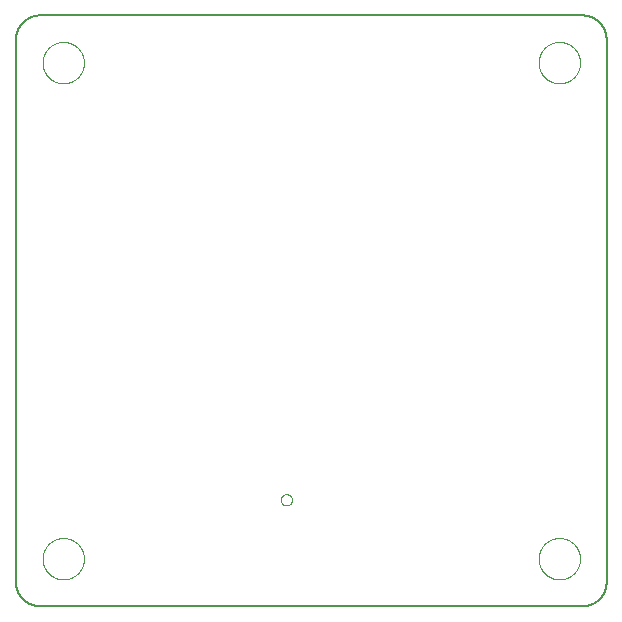
<source format=gbo>
G75*
%MOIN*%
%OFA0B0*%
%FSLAX25Y25*%
%IPPOS*%
%LPD*%
%AMOC8*
5,1,8,0,0,1.08239X$1,22.5*
%
%ADD10C,0.00800*%
%ADD11C,0.00000*%
D10*
X0003031Y0009274D02*
X0003031Y0190376D01*
X0003032Y0190376D02*
X0003034Y0190566D01*
X0003041Y0190756D01*
X0003053Y0190946D01*
X0003069Y0191136D01*
X0003089Y0191325D01*
X0003115Y0191514D01*
X0003144Y0191702D01*
X0003179Y0191889D01*
X0003218Y0192075D01*
X0003261Y0192260D01*
X0003309Y0192445D01*
X0003361Y0192628D01*
X0003417Y0192809D01*
X0003478Y0192989D01*
X0003544Y0193168D01*
X0003613Y0193345D01*
X0003687Y0193521D01*
X0003765Y0193694D01*
X0003848Y0193866D01*
X0003934Y0194035D01*
X0004024Y0194203D01*
X0004119Y0194368D01*
X0004217Y0194531D01*
X0004320Y0194691D01*
X0004426Y0194849D01*
X0004536Y0195004D01*
X0004649Y0195157D01*
X0004767Y0195307D01*
X0004888Y0195453D01*
X0005012Y0195597D01*
X0005140Y0195738D01*
X0005271Y0195876D01*
X0005406Y0196011D01*
X0005544Y0196142D01*
X0005685Y0196270D01*
X0005829Y0196394D01*
X0005975Y0196515D01*
X0006125Y0196633D01*
X0006278Y0196746D01*
X0006433Y0196856D01*
X0006591Y0196962D01*
X0006751Y0197065D01*
X0006914Y0197163D01*
X0007079Y0197258D01*
X0007247Y0197348D01*
X0007416Y0197434D01*
X0007588Y0197517D01*
X0007761Y0197595D01*
X0007937Y0197669D01*
X0008114Y0197738D01*
X0008293Y0197804D01*
X0008473Y0197865D01*
X0008654Y0197921D01*
X0008837Y0197973D01*
X0009022Y0198021D01*
X0009207Y0198064D01*
X0009393Y0198103D01*
X0009580Y0198138D01*
X0009768Y0198167D01*
X0009957Y0198193D01*
X0010146Y0198213D01*
X0010336Y0198229D01*
X0010526Y0198241D01*
X0010716Y0198248D01*
X0010906Y0198250D01*
X0192008Y0198250D01*
X0192198Y0198248D01*
X0192388Y0198241D01*
X0192578Y0198229D01*
X0192768Y0198213D01*
X0192957Y0198193D01*
X0193146Y0198167D01*
X0193334Y0198138D01*
X0193521Y0198103D01*
X0193707Y0198064D01*
X0193892Y0198021D01*
X0194077Y0197973D01*
X0194260Y0197921D01*
X0194441Y0197865D01*
X0194621Y0197804D01*
X0194800Y0197738D01*
X0194977Y0197669D01*
X0195153Y0197595D01*
X0195326Y0197517D01*
X0195498Y0197434D01*
X0195667Y0197348D01*
X0195835Y0197258D01*
X0196000Y0197163D01*
X0196163Y0197065D01*
X0196323Y0196962D01*
X0196481Y0196856D01*
X0196636Y0196746D01*
X0196789Y0196633D01*
X0196939Y0196515D01*
X0197085Y0196394D01*
X0197229Y0196270D01*
X0197370Y0196142D01*
X0197508Y0196011D01*
X0197643Y0195876D01*
X0197774Y0195738D01*
X0197902Y0195597D01*
X0198026Y0195453D01*
X0198147Y0195307D01*
X0198265Y0195157D01*
X0198378Y0195004D01*
X0198488Y0194849D01*
X0198594Y0194691D01*
X0198697Y0194531D01*
X0198795Y0194368D01*
X0198890Y0194203D01*
X0198980Y0194035D01*
X0199066Y0193866D01*
X0199149Y0193694D01*
X0199227Y0193521D01*
X0199301Y0193345D01*
X0199370Y0193168D01*
X0199436Y0192989D01*
X0199497Y0192809D01*
X0199553Y0192628D01*
X0199605Y0192445D01*
X0199653Y0192260D01*
X0199696Y0192075D01*
X0199735Y0191889D01*
X0199770Y0191702D01*
X0199799Y0191514D01*
X0199825Y0191325D01*
X0199845Y0191136D01*
X0199861Y0190946D01*
X0199873Y0190756D01*
X0199880Y0190566D01*
X0199882Y0190376D01*
X0199882Y0009274D01*
X0199880Y0009084D01*
X0199873Y0008894D01*
X0199861Y0008704D01*
X0199845Y0008514D01*
X0199825Y0008325D01*
X0199799Y0008136D01*
X0199770Y0007948D01*
X0199735Y0007761D01*
X0199696Y0007575D01*
X0199653Y0007390D01*
X0199605Y0007205D01*
X0199553Y0007022D01*
X0199497Y0006841D01*
X0199436Y0006661D01*
X0199370Y0006482D01*
X0199301Y0006305D01*
X0199227Y0006129D01*
X0199149Y0005956D01*
X0199066Y0005784D01*
X0198980Y0005615D01*
X0198890Y0005447D01*
X0198795Y0005282D01*
X0198697Y0005119D01*
X0198594Y0004959D01*
X0198488Y0004801D01*
X0198378Y0004646D01*
X0198265Y0004493D01*
X0198147Y0004343D01*
X0198026Y0004197D01*
X0197902Y0004053D01*
X0197774Y0003912D01*
X0197643Y0003774D01*
X0197508Y0003639D01*
X0197370Y0003508D01*
X0197229Y0003380D01*
X0197085Y0003256D01*
X0196939Y0003135D01*
X0196789Y0003017D01*
X0196636Y0002904D01*
X0196481Y0002794D01*
X0196323Y0002688D01*
X0196163Y0002585D01*
X0196000Y0002487D01*
X0195835Y0002392D01*
X0195667Y0002302D01*
X0195498Y0002216D01*
X0195326Y0002133D01*
X0195153Y0002055D01*
X0194977Y0001981D01*
X0194800Y0001912D01*
X0194621Y0001846D01*
X0194441Y0001785D01*
X0194260Y0001729D01*
X0194077Y0001677D01*
X0193892Y0001629D01*
X0193707Y0001586D01*
X0193521Y0001547D01*
X0193334Y0001512D01*
X0193146Y0001483D01*
X0192957Y0001457D01*
X0192768Y0001437D01*
X0192578Y0001421D01*
X0192388Y0001409D01*
X0192198Y0001402D01*
X0192008Y0001400D01*
X0010906Y0001400D01*
X0010716Y0001402D01*
X0010526Y0001409D01*
X0010336Y0001421D01*
X0010146Y0001437D01*
X0009957Y0001457D01*
X0009768Y0001483D01*
X0009580Y0001512D01*
X0009393Y0001547D01*
X0009207Y0001586D01*
X0009022Y0001629D01*
X0008837Y0001677D01*
X0008654Y0001729D01*
X0008473Y0001785D01*
X0008293Y0001846D01*
X0008114Y0001912D01*
X0007937Y0001981D01*
X0007761Y0002055D01*
X0007588Y0002133D01*
X0007416Y0002216D01*
X0007247Y0002302D01*
X0007079Y0002392D01*
X0006914Y0002487D01*
X0006751Y0002585D01*
X0006591Y0002688D01*
X0006433Y0002794D01*
X0006278Y0002904D01*
X0006125Y0003017D01*
X0005975Y0003135D01*
X0005829Y0003256D01*
X0005685Y0003380D01*
X0005544Y0003508D01*
X0005406Y0003639D01*
X0005271Y0003774D01*
X0005140Y0003912D01*
X0005012Y0004053D01*
X0004888Y0004197D01*
X0004767Y0004343D01*
X0004649Y0004493D01*
X0004536Y0004646D01*
X0004426Y0004801D01*
X0004320Y0004959D01*
X0004217Y0005119D01*
X0004119Y0005282D01*
X0004024Y0005447D01*
X0003934Y0005615D01*
X0003848Y0005784D01*
X0003765Y0005956D01*
X0003687Y0006129D01*
X0003613Y0006305D01*
X0003544Y0006482D01*
X0003478Y0006661D01*
X0003417Y0006841D01*
X0003361Y0007022D01*
X0003309Y0007205D01*
X0003261Y0007390D01*
X0003218Y0007575D01*
X0003179Y0007761D01*
X0003144Y0007948D01*
X0003115Y0008136D01*
X0003089Y0008325D01*
X0003069Y0008514D01*
X0003053Y0008704D01*
X0003041Y0008894D01*
X0003034Y0009084D01*
X0003032Y0009274D01*
D11*
X0011890Y0017148D02*
X0011892Y0017317D01*
X0011898Y0017486D01*
X0011909Y0017655D01*
X0011923Y0017823D01*
X0011942Y0017991D01*
X0011965Y0018159D01*
X0011991Y0018326D01*
X0012022Y0018492D01*
X0012057Y0018658D01*
X0012096Y0018822D01*
X0012140Y0018986D01*
X0012187Y0019148D01*
X0012238Y0019309D01*
X0012293Y0019469D01*
X0012352Y0019628D01*
X0012414Y0019785D01*
X0012481Y0019940D01*
X0012552Y0020094D01*
X0012626Y0020246D01*
X0012704Y0020396D01*
X0012785Y0020544D01*
X0012870Y0020690D01*
X0012959Y0020834D01*
X0013051Y0020976D01*
X0013147Y0021115D01*
X0013246Y0021252D01*
X0013348Y0021387D01*
X0013454Y0021519D01*
X0013563Y0021648D01*
X0013675Y0021775D01*
X0013790Y0021899D01*
X0013908Y0022020D01*
X0014029Y0022138D01*
X0014153Y0022253D01*
X0014280Y0022365D01*
X0014409Y0022474D01*
X0014541Y0022580D01*
X0014676Y0022682D01*
X0014813Y0022781D01*
X0014952Y0022877D01*
X0015094Y0022969D01*
X0015238Y0023058D01*
X0015384Y0023143D01*
X0015532Y0023224D01*
X0015682Y0023302D01*
X0015834Y0023376D01*
X0015988Y0023447D01*
X0016143Y0023514D01*
X0016300Y0023576D01*
X0016459Y0023635D01*
X0016619Y0023690D01*
X0016780Y0023741D01*
X0016942Y0023788D01*
X0017106Y0023832D01*
X0017270Y0023871D01*
X0017436Y0023906D01*
X0017602Y0023937D01*
X0017769Y0023963D01*
X0017937Y0023986D01*
X0018105Y0024005D01*
X0018273Y0024019D01*
X0018442Y0024030D01*
X0018611Y0024036D01*
X0018780Y0024038D01*
X0018949Y0024036D01*
X0019118Y0024030D01*
X0019287Y0024019D01*
X0019455Y0024005D01*
X0019623Y0023986D01*
X0019791Y0023963D01*
X0019958Y0023937D01*
X0020124Y0023906D01*
X0020290Y0023871D01*
X0020454Y0023832D01*
X0020618Y0023788D01*
X0020780Y0023741D01*
X0020941Y0023690D01*
X0021101Y0023635D01*
X0021260Y0023576D01*
X0021417Y0023514D01*
X0021572Y0023447D01*
X0021726Y0023376D01*
X0021878Y0023302D01*
X0022028Y0023224D01*
X0022176Y0023143D01*
X0022322Y0023058D01*
X0022466Y0022969D01*
X0022608Y0022877D01*
X0022747Y0022781D01*
X0022884Y0022682D01*
X0023019Y0022580D01*
X0023151Y0022474D01*
X0023280Y0022365D01*
X0023407Y0022253D01*
X0023531Y0022138D01*
X0023652Y0022020D01*
X0023770Y0021899D01*
X0023885Y0021775D01*
X0023997Y0021648D01*
X0024106Y0021519D01*
X0024212Y0021387D01*
X0024314Y0021252D01*
X0024413Y0021115D01*
X0024509Y0020976D01*
X0024601Y0020834D01*
X0024690Y0020690D01*
X0024775Y0020544D01*
X0024856Y0020396D01*
X0024934Y0020246D01*
X0025008Y0020094D01*
X0025079Y0019940D01*
X0025146Y0019785D01*
X0025208Y0019628D01*
X0025267Y0019469D01*
X0025322Y0019309D01*
X0025373Y0019148D01*
X0025420Y0018986D01*
X0025464Y0018822D01*
X0025503Y0018658D01*
X0025538Y0018492D01*
X0025569Y0018326D01*
X0025595Y0018159D01*
X0025618Y0017991D01*
X0025637Y0017823D01*
X0025651Y0017655D01*
X0025662Y0017486D01*
X0025668Y0017317D01*
X0025670Y0017148D01*
X0025668Y0016979D01*
X0025662Y0016810D01*
X0025651Y0016641D01*
X0025637Y0016473D01*
X0025618Y0016305D01*
X0025595Y0016137D01*
X0025569Y0015970D01*
X0025538Y0015804D01*
X0025503Y0015638D01*
X0025464Y0015474D01*
X0025420Y0015310D01*
X0025373Y0015148D01*
X0025322Y0014987D01*
X0025267Y0014827D01*
X0025208Y0014668D01*
X0025146Y0014511D01*
X0025079Y0014356D01*
X0025008Y0014202D01*
X0024934Y0014050D01*
X0024856Y0013900D01*
X0024775Y0013752D01*
X0024690Y0013606D01*
X0024601Y0013462D01*
X0024509Y0013320D01*
X0024413Y0013181D01*
X0024314Y0013044D01*
X0024212Y0012909D01*
X0024106Y0012777D01*
X0023997Y0012648D01*
X0023885Y0012521D01*
X0023770Y0012397D01*
X0023652Y0012276D01*
X0023531Y0012158D01*
X0023407Y0012043D01*
X0023280Y0011931D01*
X0023151Y0011822D01*
X0023019Y0011716D01*
X0022884Y0011614D01*
X0022747Y0011515D01*
X0022608Y0011419D01*
X0022466Y0011327D01*
X0022322Y0011238D01*
X0022176Y0011153D01*
X0022028Y0011072D01*
X0021878Y0010994D01*
X0021726Y0010920D01*
X0021572Y0010849D01*
X0021417Y0010782D01*
X0021260Y0010720D01*
X0021101Y0010661D01*
X0020941Y0010606D01*
X0020780Y0010555D01*
X0020618Y0010508D01*
X0020454Y0010464D01*
X0020290Y0010425D01*
X0020124Y0010390D01*
X0019958Y0010359D01*
X0019791Y0010333D01*
X0019623Y0010310D01*
X0019455Y0010291D01*
X0019287Y0010277D01*
X0019118Y0010266D01*
X0018949Y0010260D01*
X0018780Y0010258D01*
X0018611Y0010260D01*
X0018442Y0010266D01*
X0018273Y0010277D01*
X0018105Y0010291D01*
X0017937Y0010310D01*
X0017769Y0010333D01*
X0017602Y0010359D01*
X0017436Y0010390D01*
X0017270Y0010425D01*
X0017106Y0010464D01*
X0016942Y0010508D01*
X0016780Y0010555D01*
X0016619Y0010606D01*
X0016459Y0010661D01*
X0016300Y0010720D01*
X0016143Y0010782D01*
X0015988Y0010849D01*
X0015834Y0010920D01*
X0015682Y0010994D01*
X0015532Y0011072D01*
X0015384Y0011153D01*
X0015238Y0011238D01*
X0015094Y0011327D01*
X0014952Y0011419D01*
X0014813Y0011515D01*
X0014676Y0011614D01*
X0014541Y0011716D01*
X0014409Y0011822D01*
X0014280Y0011931D01*
X0014153Y0012043D01*
X0014029Y0012158D01*
X0013908Y0012276D01*
X0013790Y0012397D01*
X0013675Y0012521D01*
X0013563Y0012648D01*
X0013454Y0012777D01*
X0013348Y0012909D01*
X0013246Y0013044D01*
X0013147Y0013181D01*
X0013051Y0013320D01*
X0012959Y0013462D01*
X0012870Y0013606D01*
X0012785Y0013752D01*
X0012704Y0013900D01*
X0012626Y0014050D01*
X0012552Y0014202D01*
X0012481Y0014356D01*
X0012414Y0014511D01*
X0012352Y0014668D01*
X0012293Y0014827D01*
X0012238Y0014987D01*
X0012187Y0015148D01*
X0012140Y0015310D01*
X0012096Y0015474D01*
X0012057Y0015638D01*
X0012022Y0015804D01*
X0011991Y0015970D01*
X0011965Y0016137D01*
X0011942Y0016305D01*
X0011923Y0016473D01*
X0011909Y0016641D01*
X0011898Y0016810D01*
X0011892Y0016979D01*
X0011890Y0017148D01*
X0091278Y0036800D02*
X0091280Y0036886D01*
X0091286Y0036973D01*
X0091296Y0037058D01*
X0091310Y0037144D01*
X0091328Y0037228D01*
X0091349Y0037312D01*
X0091375Y0037394D01*
X0091404Y0037476D01*
X0091437Y0037555D01*
X0091474Y0037634D01*
X0091514Y0037710D01*
X0091558Y0037784D01*
X0091605Y0037857D01*
X0091656Y0037927D01*
X0091709Y0037995D01*
X0091766Y0038060D01*
X0091826Y0038122D01*
X0091888Y0038182D01*
X0091953Y0038239D01*
X0092021Y0038292D01*
X0092091Y0038343D01*
X0092164Y0038390D01*
X0092238Y0038434D01*
X0092314Y0038474D01*
X0092393Y0038511D01*
X0092472Y0038544D01*
X0092554Y0038573D01*
X0092636Y0038599D01*
X0092720Y0038620D01*
X0092804Y0038638D01*
X0092890Y0038652D01*
X0092975Y0038662D01*
X0093062Y0038668D01*
X0093148Y0038670D01*
X0093234Y0038668D01*
X0093321Y0038662D01*
X0093406Y0038652D01*
X0093492Y0038638D01*
X0093576Y0038620D01*
X0093660Y0038599D01*
X0093742Y0038573D01*
X0093824Y0038544D01*
X0093903Y0038511D01*
X0093982Y0038474D01*
X0094058Y0038434D01*
X0094132Y0038390D01*
X0094205Y0038343D01*
X0094275Y0038292D01*
X0094343Y0038239D01*
X0094408Y0038182D01*
X0094470Y0038122D01*
X0094530Y0038060D01*
X0094587Y0037995D01*
X0094640Y0037927D01*
X0094691Y0037857D01*
X0094738Y0037784D01*
X0094782Y0037710D01*
X0094822Y0037634D01*
X0094859Y0037555D01*
X0094892Y0037476D01*
X0094921Y0037394D01*
X0094947Y0037312D01*
X0094968Y0037228D01*
X0094986Y0037144D01*
X0095000Y0037058D01*
X0095010Y0036973D01*
X0095016Y0036886D01*
X0095018Y0036800D01*
X0095016Y0036714D01*
X0095010Y0036627D01*
X0095000Y0036542D01*
X0094986Y0036456D01*
X0094968Y0036372D01*
X0094947Y0036288D01*
X0094921Y0036206D01*
X0094892Y0036124D01*
X0094859Y0036045D01*
X0094822Y0035966D01*
X0094782Y0035890D01*
X0094738Y0035816D01*
X0094691Y0035743D01*
X0094640Y0035673D01*
X0094587Y0035605D01*
X0094530Y0035540D01*
X0094470Y0035478D01*
X0094408Y0035418D01*
X0094343Y0035361D01*
X0094275Y0035308D01*
X0094205Y0035257D01*
X0094132Y0035210D01*
X0094058Y0035166D01*
X0093982Y0035126D01*
X0093903Y0035089D01*
X0093824Y0035056D01*
X0093742Y0035027D01*
X0093660Y0035001D01*
X0093576Y0034980D01*
X0093492Y0034962D01*
X0093406Y0034948D01*
X0093321Y0034938D01*
X0093234Y0034932D01*
X0093148Y0034930D01*
X0093062Y0034932D01*
X0092975Y0034938D01*
X0092890Y0034948D01*
X0092804Y0034962D01*
X0092720Y0034980D01*
X0092636Y0035001D01*
X0092554Y0035027D01*
X0092472Y0035056D01*
X0092393Y0035089D01*
X0092314Y0035126D01*
X0092238Y0035166D01*
X0092164Y0035210D01*
X0092091Y0035257D01*
X0092021Y0035308D01*
X0091953Y0035361D01*
X0091888Y0035418D01*
X0091826Y0035478D01*
X0091766Y0035540D01*
X0091709Y0035605D01*
X0091656Y0035673D01*
X0091605Y0035743D01*
X0091558Y0035816D01*
X0091514Y0035890D01*
X0091474Y0035966D01*
X0091437Y0036045D01*
X0091404Y0036124D01*
X0091375Y0036206D01*
X0091349Y0036288D01*
X0091328Y0036372D01*
X0091310Y0036456D01*
X0091296Y0036542D01*
X0091286Y0036627D01*
X0091280Y0036714D01*
X0091278Y0036800D01*
X0177244Y0017148D02*
X0177246Y0017317D01*
X0177252Y0017486D01*
X0177263Y0017655D01*
X0177277Y0017823D01*
X0177296Y0017991D01*
X0177319Y0018159D01*
X0177345Y0018326D01*
X0177376Y0018492D01*
X0177411Y0018658D01*
X0177450Y0018822D01*
X0177494Y0018986D01*
X0177541Y0019148D01*
X0177592Y0019309D01*
X0177647Y0019469D01*
X0177706Y0019628D01*
X0177768Y0019785D01*
X0177835Y0019940D01*
X0177906Y0020094D01*
X0177980Y0020246D01*
X0178058Y0020396D01*
X0178139Y0020544D01*
X0178224Y0020690D01*
X0178313Y0020834D01*
X0178405Y0020976D01*
X0178501Y0021115D01*
X0178600Y0021252D01*
X0178702Y0021387D01*
X0178808Y0021519D01*
X0178917Y0021648D01*
X0179029Y0021775D01*
X0179144Y0021899D01*
X0179262Y0022020D01*
X0179383Y0022138D01*
X0179507Y0022253D01*
X0179634Y0022365D01*
X0179763Y0022474D01*
X0179895Y0022580D01*
X0180030Y0022682D01*
X0180167Y0022781D01*
X0180306Y0022877D01*
X0180448Y0022969D01*
X0180592Y0023058D01*
X0180738Y0023143D01*
X0180886Y0023224D01*
X0181036Y0023302D01*
X0181188Y0023376D01*
X0181342Y0023447D01*
X0181497Y0023514D01*
X0181654Y0023576D01*
X0181813Y0023635D01*
X0181973Y0023690D01*
X0182134Y0023741D01*
X0182296Y0023788D01*
X0182460Y0023832D01*
X0182624Y0023871D01*
X0182790Y0023906D01*
X0182956Y0023937D01*
X0183123Y0023963D01*
X0183291Y0023986D01*
X0183459Y0024005D01*
X0183627Y0024019D01*
X0183796Y0024030D01*
X0183965Y0024036D01*
X0184134Y0024038D01*
X0184303Y0024036D01*
X0184472Y0024030D01*
X0184641Y0024019D01*
X0184809Y0024005D01*
X0184977Y0023986D01*
X0185145Y0023963D01*
X0185312Y0023937D01*
X0185478Y0023906D01*
X0185644Y0023871D01*
X0185808Y0023832D01*
X0185972Y0023788D01*
X0186134Y0023741D01*
X0186295Y0023690D01*
X0186455Y0023635D01*
X0186614Y0023576D01*
X0186771Y0023514D01*
X0186926Y0023447D01*
X0187080Y0023376D01*
X0187232Y0023302D01*
X0187382Y0023224D01*
X0187530Y0023143D01*
X0187676Y0023058D01*
X0187820Y0022969D01*
X0187962Y0022877D01*
X0188101Y0022781D01*
X0188238Y0022682D01*
X0188373Y0022580D01*
X0188505Y0022474D01*
X0188634Y0022365D01*
X0188761Y0022253D01*
X0188885Y0022138D01*
X0189006Y0022020D01*
X0189124Y0021899D01*
X0189239Y0021775D01*
X0189351Y0021648D01*
X0189460Y0021519D01*
X0189566Y0021387D01*
X0189668Y0021252D01*
X0189767Y0021115D01*
X0189863Y0020976D01*
X0189955Y0020834D01*
X0190044Y0020690D01*
X0190129Y0020544D01*
X0190210Y0020396D01*
X0190288Y0020246D01*
X0190362Y0020094D01*
X0190433Y0019940D01*
X0190500Y0019785D01*
X0190562Y0019628D01*
X0190621Y0019469D01*
X0190676Y0019309D01*
X0190727Y0019148D01*
X0190774Y0018986D01*
X0190818Y0018822D01*
X0190857Y0018658D01*
X0190892Y0018492D01*
X0190923Y0018326D01*
X0190949Y0018159D01*
X0190972Y0017991D01*
X0190991Y0017823D01*
X0191005Y0017655D01*
X0191016Y0017486D01*
X0191022Y0017317D01*
X0191024Y0017148D01*
X0191022Y0016979D01*
X0191016Y0016810D01*
X0191005Y0016641D01*
X0190991Y0016473D01*
X0190972Y0016305D01*
X0190949Y0016137D01*
X0190923Y0015970D01*
X0190892Y0015804D01*
X0190857Y0015638D01*
X0190818Y0015474D01*
X0190774Y0015310D01*
X0190727Y0015148D01*
X0190676Y0014987D01*
X0190621Y0014827D01*
X0190562Y0014668D01*
X0190500Y0014511D01*
X0190433Y0014356D01*
X0190362Y0014202D01*
X0190288Y0014050D01*
X0190210Y0013900D01*
X0190129Y0013752D01*
X0190044Y0013606D01*
X0189955Y0013462D01*
X0189863Y0013320D01*
X0189767Y0013181D01*
X0189668Y0013044D01*
X0189566Y0012909D01*
X0189460Y0012777D01*
X0189351Y0012648D01*
X0189239Y0012521D01*
X0189124Y0012397D01*
X0189006Y0012276D01*
X0188885Y0012158D01*
X0188761Y0012043D01*
X0188634Y0011931D01*
X0188505Y0011822D01*
X0188373Y0011716D01*
X0188238Y0011614D01*
X0188101Y0011515D01*
X0187962Y0011419D01*
X0187820Y0011327D01*
X0187676Y0011238D01*
X0187530Y0011153D01*
X0187382Y0011072D01*
X0187232Y0010994D01*
X0187080Y0010920D01*
X0186926Y0010849D01*
X0186771Y0010782D01*
X0186614Y0010720D01*
X0186455Y0010661D01*
X0186295Y0010606D01*
X0186134Y0010555D01*
X0185972Y0010508D01*
X0185808Y0010464D01*
X0185644Y0010425D01*
X0185478Y0010390D01*
X0185312Y0010359D01*
X0185145Y0010333D01*
X0184977Y0010310D01*
X0184809Y0010291D01*
X0184641Y0010277D01*
X0184472Y0010266D01*
X0184303Y0010260D01*
X0184134Y0010258D01*
X0183965Y0010260D01*
X0183796Y0010266D01*
X0183627Y0010277D01*
X0183459Y0010291D01*
X0183291Y0010310D01*
X0183123Y0010333D01*
X0182956Y0010359D01*
X0182790Y0010390D01*
X0182624Y0010425D01*
X0182460Y0010464D01*
X0182296Y0010508D01*
X0182134Y0010555D01*
X0181973Y0010606D01*
X0181813Y0010661D01*
X0181654Y0010720D01*
X0181497Y0010782D01*
X0181342Y0010849D01*
X0181188Y0010920D01*
X0181036Y0010994D01*
X0180886Y0011072D01*
X0180738Y0011153D01*
X0180592Y0011238D01*
X0180448Y0011327D01*
X0180306Y0011419D01*
X0180167Y0011515D01*
X0180030Y0011614D01*
X0179895Y0011716D01*
X0179763Y0011822D01*
X0179634Y0011931D01*
X0179507Y0012043D01*
X0179383Y0012158D01*
X0179262Y0012276D01*
X0179144Y0012397D01*
X0179029Y0012521D01*
X0178917Y0012648D01*
X0178808Y0012777D01*
X0178702Y0012909D01*
X0178600Y0013044D01*
X0178501Y0013181D01*
X0178405Y0013320D01*
X0178313Y0013462D01*
X0178224Y0013606D01*
X0178139Y0013752D01*
X0178058Y0013900D01*
X0177980Y0014050D01*
X0177906Y0014202D01*
X0177835Y0014356D01*
X0177768Y0014511D01*
X0177706Y0014668D01*
X0177647Y0014827D01*
X0177592Y0014987D01*
X0177541Y0015148D01*
X0177494Y0015310D01*
X0177450Y0015474D01*
X0177411Y0015638D01*
X0177376Y0015804D01*
X0177345Y0015970D01*
X0177319Y0016137D01*
X0177296Y0016305D01*
X0177277Y0016473D01*
X0177263Y0016641D01*
X0177252Y0016810D01*
X0177246Y0016979D01*
X0177244Y0017148D01*
X0177244Y0182502D02*
X0177246Y0182671D01*
X0177252Y0182840D01*
X0177263Y0183009D01*
X0177277Y0183177D01*
X0177296Y0183345D01*
X0177319Y0183513D01*
X0177345Y0183680D01*
X0177376Y0183846D01*
X0177411Y0184012D01*
X0177450Y0184176D01*
X0177494Y0184340D01*
X0177541Y0184502D01*
X0177592Y0184663D01*
X0177647Y0184823D01*
X0177706Y0184982D01*
X0177768Y0185139D01*
X0177835Y0185294D01*
X0177906Y0185448D01*
X0177980Y0185600D01*
X0178058Y0185750D01*
X0178139Y0185898D01*
X0178224Y0186044D01*
X0178313Y0186188D01*
X0178405Y0186330D01*
X0178501Y0186469D01*
X0178600Y0186606D01*
X0178702Y0186741D01*
X0178808Y0186873D01*
X0178917Y0187002D01*
X0179029Y0187129D01*
X0179144Y0187253D01*
X0179262Y0187374D01*
X0179383Y0187492D01*
X0179507Y0187607D01*
X0179634Y0187719D01*
X0179763Y0187828D01*
X0179895Y0187934D01*
X0180030Y0188036D01*
X0180167Y0188135D01*
X0180306Y0188231D01*
X0180448Y0188323D01*
X0180592Y0188412D01*
X0180738Y0188497D01*
X0180886Y0188578D01*
X0181036Y0188656D01*
X0181188Y0188730D01*
X0181342Y0188801D01*
X0181497Y0188868D01*
X0181654Y0188930D01*
X0181813Y0188989D01*
X0181973Y0189044D01*
X0182134Y0189095D01*
X0182296Y0189142D01*
X0182460Y0189186D01*
X0182624Y0189225D01*
X0182790Y0189260D01*
X0182956Y0189291D01*
X0183123Y0189317D01*
X0183291Y0189340D01*
X0183459Y0189359D01*
X0183627Y0189373D01*
X0183796Y0189384D01*
X0183965Y0189390D01*
X0184134Y0189392D01*
X0184303Y0189390D01*
X0184472Y0189384D01*
X0184641Y0189373D01*
X0184809Y0189359D01*
X0184977Y0189340D01*
X0185145Y0189317D01*
X0185312Y0189291D01*
X0185478Y0189260D01*
X0185644Y0189225D01*
X0185808Y0189186D01*
X0185972Y0189142D01*
X0186134Y0189095D01*
X0186295Y0189044D01*
X0186455Y0188989D01*
X0186614Y0188930D01*
X0186771Y0188868D01*
X0186926Y0188801D01*
X0187080Y0188730D01*
X0187232Y0188656D01*
X0187382Y0188578D01*
X0187530Y0188497D01*
X0187676Y0188412D01*
X0187820Y0188323D01*
X0187962Y0188231D01*
X0188101Y0188135D01*
X0188238Y0188036D01*
X0188373Y0187934D01*
X0188505Y0187828D01*
X0188634Y0187719D01*
X0188761Y0187607D01*
X0188885Y0187492D01*
X0189006Y0187374D01*
X0189124Y0187253D01*
X0189239Y0187129D01*
X0189351Y0187002D01*
X0189460Y0186873D01*
X0189566Y0186741D01*
X0189668Y0186606D01*
X0189767Y0186469D01*
X0189863Y0186330D01*
X0189955Y0186188D01*
X0190044Y0186044D01*
X0190129Y0185898D01*
X0190210Y0185750D01*
X0190288Y0185600D01*
X0190362Y0185448D01*
X0190433Y0185294D01*
X0190500Y0185139D01*
X0190562Y0184982D01*
X0190621Y0184823D01*
X0190676Y0184663D01*
X0190727Y0184502D01*
X0190774Y0184340D01*
X0190818Y0184176D01*
X0190857Y0184012D01*
X0190892Y0183846D01*
X0190923Y0183680D01*
X0190949Y0183513D01*
X0190972Y0183345D01*
X0190991Y0183177D01*
X0191005Y0183009D01*
X0191016Y0182840D01*
X0191022Y0182671D01*
X0191024Y0182502D01*
X0191022Y0182333D01*
X0191016Y0182164D01*
X0191005Y0181995D01*
X0190991Y0181827D01*
X0190972Y0181659D01*
X0190949Y0181491D01*
X0190923Y0181324D01*
X0190892Y0181158D01*
X0190857Y0180992D01*
X0190818Y0180828D01*
X0190774Y0180664D01*
X0190727Y0180502D01*
X0190676Y0180341D01*
X0190621Y0180181D01*
X0190562Y0180022D01*
X0190500Y0179865D01*
X0190433Y0179710D01*
X0190362Y0179556D01*
X0190288Y0179404D01*
X0190210Y0179254D01*
X0190129Y0179106D01*
X0190044Y0178960D01*
X0189955Y0178816D01*
X0189863Y0178674D01*
X0189767Y0178535D01*
X0189668Y0178398D01*
X0189566Y0178263D01*
X0189460Y0178131D01*
X0189351Y0178002D01*
X0189239Y0177875D01*
X0189124Y0177751D01*
X0189006Y0177630D01*
X0188885Y0177512D01*
X0188761Y0177397D01*
X0188634Y0177285D01*
X0188505Y0177176D01*
X0188373Y0177070D01*
X0188238Y0176968D01*
X0188101Y0176869D01*
X0187962Y0176773D01*
X0187820Y0176681D01*
X0187676Y0176592D01*
X0187530Y0176507D01*
X0187382Y0176426D01*
X0187232Y0176348D01*
X0187080Y0176274D01*
X0186926Y0176203D01*
X0186771Y0176136D01*
X0186614Y0176074D01*
X0186455Y0176015D01*
X0186295Y0175960D01*
X0186134Y0175909D01*
X0185972Y0175862D01*
X0185808Y0175818D01*
X0185644Y0175779D01*
X0185478Y0175744D01*
X0185312Y0175713D01*
X0185145Y0175687D01*
X0184977Y0175664D01*
X0184809Y0175645D01*
X0184641Y0175631D01*
X0184472Y0175620D01*
X0184303Y0175614D01*
X0184134Y0175612D01*
X0183965Y0175614D01*
X0183796Y0175620D01*
X0183627Y0175631D01*
X0183459Y0175645D01*
X0183291Y0175664D01*
X0183123Y0175687D01*
X0182956Y0175713D01*
X0182790Y0175744D01*
X0182624Y0175779D01*
X0182460Y0175818D01*
X0182296Y0175862D01*
X0182134Y0175909D01*
X0181973Y0175960D01*
X0181813Y0176015D01*
X0181654Y0176074D01*
X0181497Y0176136D01*
X0181342Y0176203D01*
X0181188Y0176274D01*
X0181036Y0176348D01*
X0180886Y0176426D01*
X0180738Y0176507D01*
X0180592Y0176592D01*
X0180448Y0176681D01*
X0180306Y0176773D01*
X0180167Y0176869D01*
X0180030Y0176968D01*
X0179895Y0177070D01*
X0179763Y0177176D01*
X0179634Y0177285D01*
X0179507Y0177397D01*
X0179383Y0177512D01*
X0179262Y0177630D01*
X0179144Y0177751D01*
X0179029Y0177875D01*
X0178917Y0178002D01*
X0178808Y0178131D01*
X0178702Y0178263D01*
X0178600Y0178398D01*
X0178501Y0178535D01*
X0178405Y0178674D01*
X0178313Y0178816D01*
X0178224Y0178960D01*
X0178139Y0179106D01*
X0178058Y0179254D01*
X0177980Y0179404D01*
X0177906Y0179556D01*
X0177835Y0179710D01*
X0177768Y0179865D01*
X0177706Y0180022D01*
X0177647Y0180181D01*
X0177592Y0180341D01*
X0177541Y0180502D01*
X0177494Y0180664D01*
X0177450Y0180828D01*
X0177411Y0180992D01*
X0177376Y0181158D01*
X0177345Y0181324D01*
X0177319Y0181491D01*
X0177296Y0181659D01*
X0177277Y0181827D01*
X0177263Y0181995D01*
X0177252Y0182164D01*
X0177246Y0182333D01*
X0177244Y0182502D01*
X0011890Y0182502D02*
X0011892Y0182671D01*
X0011898Y0182840D01*
X0011909Y0183009D01*
X0011923Y0183177D01*
X0011942Y0183345D01*
X0011965Y0183513D01*
X0011991Y0183680D01*
X0012022Y0183846D01*
X0012057Y0184012D01*
X0012096Y0184176D01*
X0012140Y0184340D01*
X0012187Y0184502D01*
X0012238Y0184663D01*
X0012293Y0184823D01*
X0012352Y0184982D01*
X0012414Y0185139D01*
X0012481Y0185294D01*
X0012552Y0185448D01*
X0012626Y0185600D01*
X0012704Y0185750D01*
X0012785Y0185898D01*
X0012870Y0186044D01*
X0012959Y0186188D01*
X0013051Y0186330D01*
X0013147Y0186469D01*
X0013246Y0186606D01*
X0013348Y0186741D01*
X0013454Y0186873D01*
X0013563Y0187002D01*
X0013675Y0187129D01*
X0013790Y0187253D01*
X0013908Y0187374D01*
X0014029Y0187492D01*
X0014153Y0187607D01*
X0014280Y0187719D01*
X0014409Y0187828D01*
X0014541Y0187934D01*
X0014676Y0188036D01*
X0014813Y0188135D01*
X0014952Y0188231D01*
X0015094Y0188323D01*
X0015238Y0188412D01*
X0015384Y0188497D01*
X0015532Y0188578D01*
X0015682Y0188656D01*
X0015834Y0188730D01*
X0015988Y0188801D01*
X0016143Y0188868D01*
X0016300Y0188930D01*
X0016459Y0188989D01*
X0016619Y0189044D01*
X0016780Y0189095D01*
X0016942Y0189142D01*
X0017106Y0189186D01*
X0017270Y0189225D01*
X0017436Y0189260D01*
X0017602Y0189291D01*
X0017769Y0189317D01*
X0017937Y0189340D01*
X0018105Y0189359D01*
X0018273Y0189373D01*
X0018442Y0189384D01*
X0018611Y0189390D01*
X0018780Y0189392D01*
X0018949Y0189390D01*
X0019118Y0189384D01*
X0019287Y0189373D01*
X0019455Y0189359D01*
X0019623Y0189340D01*
X0019791Y0189317D01*
X0019958Y0189291D01*
X0020124Y0189260D01*
X0020290Y0189225D01*
X0020454Y0189186D01*
X0020618Y0189142D01*
X0020780Y0189095D01*
X0020941Y0189044D01*
X0021101Y0188989D01*
X0021260Y0188930D01*
X0021417Y0188868D01*
X0021572Y0188801D01*
X0021726Y0188730D01*
X0021878Y0188656D01*
X0022028Y0188578D01*
X0022176Y0188497D01*
X0022322Y0188412D01*
X0022466Y0188323D01*
X0022608Y0188231D01*
X0022747Y0188135D01*
X0022884Y0188036D01*
X0023019Y0187934D01*
X0023151Y0187828D01*
X0023280Y0187719D01*
X0023407Y0187607D01*
X0023531Y0187492D01*
X0023652Y0187374D01*
X0023770Y0187253D01*
X0023885Y0187129D01*
X0023997Y0187002D01*
X0024106Y0186873D01*
X0024212Y0186741D01*
X0024314Y0186606D01*
X0024413Y0186469D01*
X0024509Y0186330D01*
X0024601Y0186188D01*
X0024690Y0186044D01*
X0024775Y0185898D01*
X0024856Y0185750D01*
X0024934Y0185600D01*
X0025008Y0185448D01*
X0025079Y0185294D01*
X0025146Y0185139D01*
X0025208Y0184982D01*
X0025267Y0184823D01*
X0025322Y0184663D01*
X0025373Y0184502D01*
X0025420Y0184340D01*
X0025464Y0184176D01*
X0025503Y0184012D01*
X0025538Y0183846D01*
X0025569Y0183680D01*
X0025595Y0183513D01*
X0025618Y0183345D01*
X0025637Y0183177D01*
X0025651Y0183009D01*
X0025662Y0182840D01*
X0025668Y0182671D01*
X0025670Y0182502D01*
X0025668Y0182333D01*
X0025662Y0182164D01*
X0025651Y0181995D01*
X0025637Y0181827D01*
X0025618Y0181659D01*
X0025595Y0181491D01*
X0025569Y0181324D01*
X0025538Y0181158D01*
X0025503Y0180992D01*
X0025464Y0180828D01*
X0025420Y0180664D01*
X0025373Y0180502D01*
X0025322Y0180341D01*
X0025267Y0180181D01*
X0025208Y0180022D01*
X0025146Y0179865D01*
X0025079Y0179710D01*
X0025008Y0179556D01*
X0024934Y0179404D01*
X0024856Y0179254D01*
X0024775Y0179106D01*
X0024690Y0178960D01*
X0024601Y0178816D01*
X0024509Y0178674D01*
X0024413Y0178535D01*
X0024314Y0178398D01*
X0024212Y0178263D01*
X0024106Y0178131D01*
X0023997Y0178002D01*
X0023885Y0177875D01*
X0023770Y0177751D01*
X0023652Y0177630D01*
X0023531Y0177512D01*
X0023407Y0177397D01*
X0023280Y0177285D01*
X0023151Y0177176D01*
X0023019Y0177070D01*
X0022884Y0176968D01*
X0022747Y0176869D01*
X0022608Y0176773D01*
X0022466Y0176681D01*
X0022322Y0176592D01*
X0022176Y0176507D01*
X0022028Y0176426D01*
X0021878Y0176348D01*
X0021726Y0176274D01*
X0021572Y0176203D01*
X0021417Y0176136D01*
X0021260Y0176074D01*
X0021101Y0176015D01*
X0020941Y0175960D01*
X0020780Y0175909D01*
X0020618Y0175862D01*
X0020454Y0175818D01*
X0020290Y0175779D01*
X0020124Y0175744D01*
X0019958Y0175713D01*
X0019791Y0175687D01*
X0019623Y0175664D01*
X0019455Y0175645D01*
X0019287Y0175631D01*
X0019118Y0175620D01*
X0018949Y0175614D01*
X0018780Y0175612D01*
X0018611Y0175614D01*
X0018442Y0175620D01*
X0018273Y0175631D01*
X0018105Y0175645D01*
X0017937Y0175664D01*
X0017769Y0175687D01*
X0017602Y0175713D01*
X0017436Y0175744D01*
X0017270Y0175779D01*
X0017106Y0175818D01*
X0016942Y0175862D01*
X0016780Y0175909D01*
X0016619Y0175960D01*
X0016459Y0176015D01*
X0016300Y0176074D01*
X0016143Y0176136D01*
X0015988Y0176203D01*
X0015834Y0176274D01*
X0015682Y0176348D01*
X0015532Y0176426D01*
X0015384Y0176507D01*
X0015238Y0176592D01*
X0015094Y0176681D01*
X0014952Y0176773D01*
X0014813Y0176869D01*
X0014676Y0176968D01*
X0014541Y0177070D01*
X0014409Y0177176D01*
X0014280Y0177285D01*
X0014153Y0177397D01*
X0014029Y0177512D01*
X0013908Y0177630D01*
X0013790Y0177751D01*
X0013675Y0177875D01*
X0013563Y0178002D01*
X0013454Y0178131D01*
X0013348Y0178263D01*
X0013246Y0178398D01*
X0013147Y0178535D01*
X0013051Y0178674D01*
X0012959Y0178816D01*
X0012870Y0178960D01*
X0012785Y0179106D01*
X0012704Y0179254D01*
X0012626Y0179404D01*
X0012552Y0179556D01*
X0012481Y0179710D01*
X0012414Y0179865D01*
X0012352Y0180022D01*
X0012293Y0180181D01*
X0012238Y0180341D01*
X0012187Y0180502D01*
X0012140Y0180664D01*
X0012096Y0180828D01*
X0012057Y0180992D01*
X0012022Y0181158D01*
X0011991Y0181324D01*
X0011965Y0181491D01*
X0011942Y0181659D01*
X0011923Y0181827D01*
X0011909Y0181995D01*
X0011898Y0182164D01*
X0011892Y0182333D01*
X0011890Y0182502D01*
M02*

</source>
